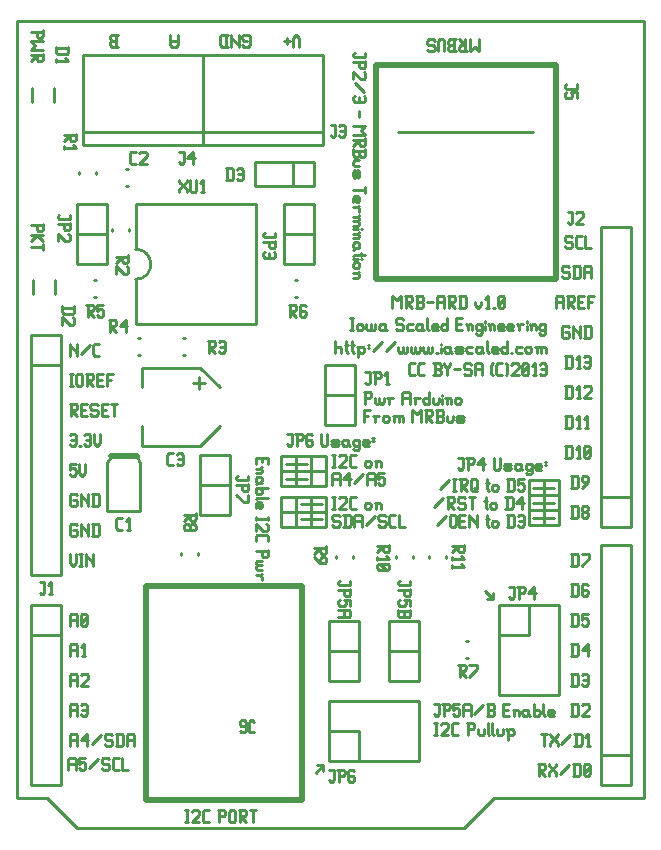
<source format=gbr>
G04 start of page 8 for group -4079 idx -4079 *
G04 Title: (unknown), topsilk *
G04 Creator: pcb 20110918 *
G04 CreationDate: Sat 02 Feb 2013 11:25:27 PM GMT UTC *
G04 For: petersen *
G04 Format: Gerber/RS-274X *
G04 PCB-Dimensions: 211000 271000 *
G04 PCB-Coordinate-Origin: lower left *
%MOIN*%
%FSLAX25Y25*%
%LNTOPSILK*%
%ADD76C,0.0200*%
%ADD75C,0.0100*%
G54D75*X1000Y270000D02*X210000D01*
X173000Y233000D02*X128000D01*
X210000Y11000D02*X160000D01*
X150000Y1000D01*
X21000D02*X11000Y11000D01*
X1000D02*X11000D01*
X150000Y1000D02*X21000D01*
X89000Y101500D02*X104000D01*
Y106500D02*X89000D01*
X171500Y102000D02*X181500D01*
X173000Y104500D02*X180000D01*
X157000Y80000D02*X159500Y77500D01*
Y79500D01*
Y77500D02*X157500D01*
X103000Y20000D02*Y22000D01*
X102500D01*
X103000D02*X100500Y19500D01*
X103000Y22000D02*X101000D01*
X1000Y11000D02*Y270000D01*
X210000D02*Y11000D01*
X181500Y117000D02*Y102000D01*
X171500Y107000D02*X181500D01*
X173000Y109500D02*X180000D01*
X176500Y117000D02*Y102000D01*
X171500Y117000D02*Y102000D01*
Y117000D02*X181500D01*
X171500Y112000D02*X181500D01*
X173000Y114500D02*X180000D01*
X104000Y120000D02*X89000D01*
Y125000D02*X104000D01*
X99000D02*Y115000D01*
X94000Y125000D02*Y115000D01*
X90500Y122500D02*X97500D01*
X90500Y117500D02*X97500D01*
X89000Y115000D02*X104000D01*
X89000Y125000D02*Y115000D01*
Y111500D02*X104000D01*
X95500Y109000D02*X102500D01*
X99000Y111500D02*Y101500D01*
X94000Y111500D02*Y101500D01*
X89000Y111500D02*Y101500D01*
X95500Y104000D02*X102500D01*
X104000Y125000D02*Y115000D01*
Y111500D02*Y101500D01*
X18500Y72000D02*Y68500D01*
Y72000D02*X19000Y72500D01*
X20500D01*
X21000Y72000D01*
Y68500D01*
X18500Y70500D02*X21000D01*
X22200Y69000D02*X22700Y68500D01*
X22200Y72000D02*Y69000D01*
Y72000D02*X22700Y72500D01*
X23700D01*
X24200Y72000D01*
Y69000D01*
X23700Y68500D02*X24200Y69000D01*
X22700Y68500D02*X23700D01*
X22200Y69500D02*X24200Y71500D01*
X186000Y72500D02*Y68500D01*
X187500Y72500D02*X188000Y72000D01*
Y69000D01*
X187500Y68500D02*X188000Y69000D01*
X185500Y68500D02*X187500D01*
X185500Y72500D02*X187500D01*
X189200D02*X191200D01*
X189200D02*Y70500D01*
X189700Y71000D01*
X190700D01*
X191200Y70500D01*
Y69000D01*
X190700Y68500D02*X191200Y69000D01*
X189700Y68500D02*X190700D01*
X189200Y69000D02*X189700Y68500D01*
X186000Y82500D02*Y78500D01*
X187500Y82500D02*X188000Y82000D01*
Y79000D01*
X187500Y78500D02*X188000Y79000D01*
X185500Y78500D02*X187500D01*
X185500Y82500D02*X187500D01*
X190700D02*X191200Y82000D01*
X189700Y82500D02*X190700D01*
X189200Y82000D02*X189700Y82500D01*
X189200Y82000D02*Y79000D01*
X189700Y78500D01*
X190700Y80500D02*X191200Y80000D01*
X189200Y80500D02*X190700D01*
X189700Y78500D02*X190700D01*
X191200Y79000D01*
Y80000D02*Y79000D01*
X186000Y92500D02*Y88500D01*
X187500Y92500D02*X188000Y92000D01*
Y89000D01*
X187500Y88500D02*X188000Y89000D01*
X185500Y88500D02*X187500D01*
X185500Y92500D02*X187500D01*
X189200Y88500D02*X191700Y91000D01*
Y92500D02*Y91000D01*
X189200Y92500D02*X191700D01*
X18500Y62000D02*Y58500D01*
Y62000D02*X19000Y62500D01*
X20500D01*
X21000Y62000D01*
Y58500D01*
X18500Y60500D02*X21000D01*
X22700Y58500D02*X23700D01*
X23200Y62500D02*Y58500D01*
X22200Y61500D02*X23200Y62500D01*
X186000D02*Y58500D01*
X187500Y62500D02*X188000Y62000D01*
Y59000D01*
X187500Y58500D02*X188000Y59000D01*
X185500Y58500D02*X187500D01*
X185500Y62500D02*X187500D01*
X189200Y60500D02*X191200Y62500D01*
X189200Y60500D02*X191700D01*
X191200Y62500D02*Y58500D01*
X175500Y32500D02*X177500D01*
X176500D02*Y28500D01*
X178700Y32500D02*Y32000D01*
X181200Y29500D01*
Y28500D01*
X178700Y29500D02*Y28500D01*
Y29500D02*X181200Y32000D01*
Y32500D02*Y32000D01*
X182400Y29000D02*X185400Y32000D01*
X187100Y32500D02*Y28500D01*
X188600Y32500D02*X189100Y32000D01*
Y29000D01*
X188600Y28500D02*X189100Y29000D01*
X186600Y28500D02*X188600D01*
X186600Y32500D02*X188600D01*
X190800Y28500D02*X191800D01*
X191300Y32500D02*Y28500D01*
X190300Y31500D02*X191300Y32500D01*
X174500Y22500D02*X176500D01*
X177000Y22000D01*
Y21000D01*
X176500Y20500D02*X177000Y21000D01*
X175000Y20500D02*X176500D01*
X175000Y22500D02*Y18500D01*
Y20500D02*X177000Y18500D01*
X178200Y22500D02*Y22000D01*
X180700Y19500D01*
Y18500D01*
X178200Y19500D02*Y18500D01*
Y19500D02*X180700Y22000D01*
Y22500D02*Y22000D01*
X181900Y19000D02*X184900Y22000D01*
X186600Y22500D02*Y18500D01*
X188100Y22500D02*X188600Y22000D01*
Y19000D01*
X188100Y18500D02*X188600Y19000D01*
X186100Y18500D02*X188100D01*
X186100Y22500D02*X188100D01*
X189800Y19000D02*X190300Y18500D01*
X189800Y22000D02*Y19000D01*
Y22000D02*X190300Y22500D01*
X191300D01*
X191800Y22000D01*
Y19000D01*
X191300Y18500D02*X191800Y19000D01*
X190300Y18500D02*X191300D01*
X189800Y19500D02*X191800Y21500D01*
X186000Y42500D02*Y38500D01*
X187500Y42500D02*X188000Y42000D01*
Y39000D01*
X187500Y38500D02*X188000Y39000D01*
X185500Y38500D02*X187500D01*
X185500Y42500D02*X187500D01*
X189200Y42000D02*X189700Y42500D01*
X191200D01*
X191700Y42000D01*
Y41000D01*
X189200Y38500D02*X191700Y41000D01*
X189200Y38500D02*X191700D01*
X186000Y52500D02*Y48500D01*
X187500Y52500D02*X188000Y52000D01*
Y49000D01*
X187500Y48500D02*X188000Y49000D01*
X185500Y48500D02*X187500D01*
X185500Y52500D02*X187500D01*
X189200Y52000D02*X189700Y52500D01*
X190700D01*
X191200Y52000D01*
Y49000D01*
X190700Y48500D02*X191200Y49000D01*
X189700Y48500D02*X190700D01*
X189200Y49000D02*X189700Y48500D01*
Y50500D02*X191200D01*
X57000Y7000D02*X58000D01*
X57500D02*Y3000D01*
X57000D02*X58000D01*
X59200Y6500D02*X59700Y7000D01*
X61200D01*
X61700Y6500D01*
Y5500D01*
X59200Y3000D02*X61700Y5500D01*
X59200Y3000D02*X61700D01*
X63400D02*X64900D01*
X62900Y3500D02*X63400Y3000D01*
X62900Y6500D02*Y3500D01*
Y6500D02*X63400Y7000D01*
X64900D01*
X68400D02*Y3000D01*
X67900Y7000D02*X69900D01*
X70400Y6500D01*
Y5500D01*
X69900Y5000D02*X70400Y5500D01*
X68400Y5000D02*X69900D01*
X71600Y6500D02*Y3500D01*
Y6500D02*X72100Y7000D01*
X73100D01*
X73600Y6500D01*
Y3500D01*
X73100Y3000D02*X73600Y3500D01*
X72100Y3000D02*X73100D01*
X71600Y3500D02*X72100Y3000D01*
X74800Y7000D02*X76800D01*
X77300Y6500D01*
Y5500D01*
X76800Y5000D02*X77300Y5500D01*
X75300Y5000D02*X76800D01*
X75300Y7000D02*Y3000D01*
Y5000D02*X77300Y3000D01*
X78500Y7000D02*X80500D01*
X79500D02*Y3000D01*
X18000Y24000D02*Y20500D01*
Y24000D02*X18500Y24500D01*
X20000D01*
X20500Y24000D01*
Y20500D01*
X18000Y22500D02*X20500D01*
X21700Y24500D02*X23700D01*
X21700D02*Y22500D01*
X22200Y23000D01*
X23200D01*
X23700Y22500D01*
Y21000D01*
X23200Y20500D02*X23700Y21000D01*
X22200Y20500D02*X23200D01*
X21700Y21000D02*X22200Y20500D01*
X24900Y21000D02*X27900Y24000D01*
X31100Y24500D02*X31600Y24000D01*
X29600Y24500D02*X31100D01*
X29100Y24000D02*X29600Y24500D01*
X29100Y24000D02*Y23000D01*
X29600Y22500D01*
X31100D01*
X31600Y22000D01*
Y21000D01*
X31100Y20500D02*X31600Y21000D01*
X29600Y20500D02*X31100D01*
X29100Y21000D02*X29600Y20500D01*
X33300D02*X34800D01*
X32800Y21000D02*X33300Y20500D01*
X32800Y24000D02*Y21000D01*
Y24000D02*X33300Y24500D01*
X34800D01*
X36000D02*Y20500D01*
X38000D01*
X140000Y36000D02*X141000D01*
X140500D02*Y32000D01*
X140000D02*X141000D01*
X142200Y35500D02*X142700Y36000D01*
X144200D01*
X144700Y35500D01*
Y34500D01*
X142200Y32000D02*X144700Y34500D01*
X142200Y32000D02*X144700D01*
X146400D02*X147900D01*
X145900Y32500D02*X146400Y32000D01*
X145900Y35500D02*Y32500D01*
Y35500D02*X146400Y36000D01*
X147900D01*
X151400D02*Y32000D01*
X150900Y36000D02*X152900D01*
X153400Y35500D01*
Y34500D01*
X152900Y34000D02*X153400Y34500D01*
X151400Y34000D02*X152900D01*
X154600D02*Y32500D01*
X155100Y32000D01*
X156100D01*
X156600Y32500D01*
Y34000D02*Y32500D01*
X157800Y36000D02*Y32500D01*
X158300Y32000D01*
X159300Y36000D02*Y32500D01*
X159800Y32000D01*
X160800Y34000D02*Y32500D01*
X161300Y32000D01*
X162300D01*
X162800Y32500D01*
Y34000D02*Y32500D01*
X164500Y33500D02*Y30500D01*
X164000Y34000D02*X164500Y33500D01*
X165000Y34000D01*
X166000D01*
X166500Y33500D01*
Y32500D01*
X166000Y32000D02*X166500Y32500D01*
X165000Y32000D02*X166000D01*
X164500Y32500D02*X165000Y32000D01*
X140000Y42500D02*X141500D01*
Y39000D01*
X141000Y38500D02*X141500Y39000D01*
X140500Y38500D02*X141000D01*
X140000Y39000D02*X140500Y38500D01*
X143200Y42500D02*Y38500D01*
X142700Y42500D02*X144700D01*
X145200Y42000D01*
Y41000D01*
X144700Y40500D02*X145200Y41000D01*
X143200Y40500D02*X144700D01*
X146400Y42500D02*X148400D01*
X146400D02*Y40500D01*
X146900Y41000D01*
X147900D01*
X148400Y40500D01*
Y39000D01*
X147900Y38500D02*X148400Y39000D01*
X146900Y38500D02*X147900D01*
X146400Y39000D02*X146900Y38500D01*
X149600Y42000D02*Y38500D01*
Y42000D02*X150100Y42500D01*
X151600D01*
X152100Y42000D01*
Y38500D01*
X149600Y40500D02*X152100D01*
X153300Y39000D02*X156300Y42000D01*
X157500Y38500D02*X159500D01*
X160000Y39000D01*
Y40000D02*Y39000D01*
X159500Y40500D02*X160000Y40000D01*
X158000Y40500D02*X159500D01*
X158000Y42500D02*Y38500D01*
X157500Y42500D02*X159500D01*
X160000Y42000D01*
Y41000D01*
X159500Y40500D02*X160000Y41000D01*
X163000Y40500D02*X164500D01*
X163000Y38500D02*X165000D01*
X163000Y42500D02*Y38500D01*
Y42500D02*X165000D01*
X166700Y40000D02*Y38500D01*
Y40000D02*X167200Y40500D01*
X167700D01*
X168200Y40000D01*
Y38500D01*
X166200Y40500D02*X166700Y40000D01*
X170900Y40500D02*X171400Y40000D01*
X169900Y40500D02*X170900D01*
X169400Y40000D02*X169900Y40500D01*
X169400Y40000D02*Y39000D01*
X169900Y38500D01*
X171400Y40500D02*Y39000D01*
X171900Y38500D01*
X169900D02*X170900D01*
X171400Y39000D01*
X173100Y42500D02*Y38500D01*
Y39000D02*X173600Y38500D01*
X174600D01*
X175100Y39000D01*
Y40000D02*Y39000D01*
X174600Y40500D02*X175100Y40000D01*
X173600Y40500D02*X174600D01*
X173100Y40000D02*X173600Y40500D01*
X176300Y42500D02*Y39000D01*
X176800Y38500D01*
X178300D02*X179800D01*
X177800Y39000D02*X178300Y38500D01*
X177800Y40000D02*Y39000D01*
Y40000D02*X178300Y40500D01*
X179300D01*
X179800Y40000D01*
X177800Y39500D02*X179800D01*
Y40000D02*Y39500D01*
X20500Y112500D02*X21000Y112000D01*
X19000Y112500D02*X20500D01*
X18500Y112000D02*X19000Y112500D01*
X18500Y112000D02*Y109000D01*
X19000Y108500D01*
X20500D01*
X21000Y109000D01*
Y110000D02*Y109000D01*
X20500Y110500D02*X21000Y110000D01*
X19500Y110500D02*X20500D01*
X22200Y112500D02*Y108500D01*
Y112500D02*Y112000D01*
X24700Y109500D01*
Y112500D02*Y108500D01*
X26400Y112500D02*Y108500D01*
X27900Y112500D02*X28400Y112000D01*
Y109000D01*
X27900Y108500D02*X28400Y109000D01*
X25900Y108500D02*X27900D01*
X25900Y112500D02*X27900D01*
X20500Y102500D02*X21000Y102000D01*
X19000Y102500D02*X20500D01*
X18500Y102000D02*X19000Y102500D01*
X18500Y102000D02*Y99000D01*
X19000Y98500D01*
X20500D01*
X21000Y99000D01*
Y100000D02*Y99000D01*
X20500Y100500D02*X21000Y100000D01*
X19500Y100500D02*X20500D01*
X22200Y102500D02*Y98500D01*
Y102500D02*Y102000D01*
X24700Y99500D01*
Y102500D02*Y98500D01*
X26400Y102500D02*Y98500D01*
X27900Y102500D02*X28400Y102000D01*
Y99000D01*
X27900Y98500D02*X28400Y99000D01*
X25900Y98500D02*X27900D01*
X25900Y102500D02*X27900D01*
X18500Y92500D02*Y89500D01*
X19500Y88500D01*
X20500Y89500D01*
Y92500D02*Y89500D01*
X21700Y92500D02*X22700D01*
X22200D02*Y88500D01*
X21700D02*X22700D01*
X23900Y92500D02*Y88500D01*
Y92500D02*Y92000D01*
X26400Y89500D01*
Y92500D02*Y88500D01*
X18500Y162500D02*Y158500D01*
Y162500D02*Y162000D01*
X21000Y159500D01*
Y162500D02*Y158500D01*
X22200Y159000D02*X25200Y162000D01*
X26900Y158500D02*X28400D01*
X26400Y159000D02*X26900Y158500D01*
X26400Y162000D02*Y159000D01*
Y162000D02*X26900Y162500D01*
X28400D01*
X18500Y142500D02*X20500D01*
X21000Y142000D01*
Y141000D01*
X20500Y140500D02*X21000Y141000D01*
X19000Y140500D02*X20500D01*
X19000Y142500D02*Y138500D01*
Y140500D02*X21000Y138500D01*
X22200Y140500D02*X23700D01*
X22200Y138500D02*X24200D01*
X22200Y142500D02*Y138500D01*
Y142500D02*X24200D01*
X27400D02*X27900Y142000D01*
X25900Y142500D02*X27400D01*
X25400Y142000D02*X25900Y142500D01*
X25400Y142000D02*Y141000D01*
X25900Y140500D01*
X27400D01*
X27900Y140000D01*
Y139000D01*
X27400Y138500D02*X27900Y139000D01*
X25900Y138500D02*X27400D01*
X25400Y139000D02*X25900Y138500D01*
X29100Y140500D02*X30600D01*
X29100Y138500D02*X31100D01*
X29100Y142500D02*Y138500D01*
Y142500D02*X31100D01*
X32300D02*X34300D01*
X33300D02*Y138500D01*
X18500Y152500D02*X19500D01*
X19000D02*Y148500D01*
X18500D02*X19500D01*
X20700Y152000D02*Y149000D01*
Y152000D02*X21200Y152500D01*
X22200D01*
X22700Y152000D01*
Y149000D01*
X22200Y148500D02*X22700Y149000D01*
X21200Y148500D02*X22200D01*
X20700Y149000D02*X21200Y148500D01*
X23900Y152500D02*X25900D01*
X26400Y152000D01*
Y151000D01*
X25900Y150500D02*X26400Y151000D01*
X24400Y150500D02*X25900D01*
X24400Y152500D02*Y148500D01*
Y150500D02*X26400Y148500D01*
X27600Y150500D02*X29100D01*
X27600Y148500D02*X29600D01*
X27600Y152500D02*Y148500D01*
Y152500D02*X29600D01*
X30800D02*Y148500D01*
Y152500D02*X32800D01*
X30800Y150500D02*X32300D01*
X18500Y132000D02*X19000Y132500D01*
X20000D01*
X20500Y132000D01*
Y129000D01*
X20000Y128500D02*X20500Y129000D01*
X19000Y128500D02*X20000D01*
X18500Y129000D02*X19000Y128500D01*
Y130500D02*X20500D01*
X21700Y128500D02*X22200D01*
X23400Y132000D02*X23900Y132500D01*
X24900D01*
X25400Y132000D01*
Y129000D01*
X24900Y128500D02*X25400Y129000D01*
X23900Y128500D02*X24900D01*
X23400Y129000D02*X23900Y128500D01*
Y130500D02*X25400D01*
X26600Y132500D02*Y129500D01*
X27600Y128500D01*
X28600Y129500D01*
Y132500D02*Y129500D01*
X18500Y122500D02*X20500D01*
X18500D02*Y120500D01*
X19000Y121000D01*
X20000D01*
X20500Y120500D01*
Y119000D01*
X20000Y118500D02*X20500Y119000D01*
X19000Y118500D02*X20000D01*
X18500Y119000D02*X19000Y118500D01*
X21700Y122500D02*Y119500D01*
X22700Y118500D01*
X23700Y119500D01*
Y122500D02*Y119500D01*
X18500Y52000D02*Y48500D01*
Y52000D02*X19000Y52500D01*
X20500D01*
X21000Y52000D01*
Y48500D01*
X18500Y50500D02*X21000D01*
X22200Y52000D02*X22700Y52500D01*
X24200D01*
X24700Y52000D01*
Y51000D01*
X22200Y48500D02*X24700Y51000D01*
X22200Y48500D02*X24700D01*
X18500Y42000D02*Y38500D01*
Y42000D02*X19000Y42500D01*
X20500D01*
X21000Y42000D01*
Y38500D01*
X18500Y40500D02*X21000D01*
X22200Y42000D02*X22700Y42500D01*
X23700D01*
X24200Y42000D01*
Y39000D01*
X23700Y38500D02*X24200Y39000D01*
X22700Y38500D02*X23700D01*
X22200Y39000D02*X22700Y38500D01*
Y40500D02*X24200D01*
X18500Y32000D02*Y28500D01*
Y32000D02*X19000Y32500D01*
X20500D01*
X21000Y32000D01*
Y28500D01*
X18500Y30500D02*X21000D01*
X22200D02*X24200Y32500D01*
X22200Y30500D02*X24700D01*
X24200Y32500D02*Y28500D01*
X25900Y29000D02*X28900Y32000D01*
X32100Y32500D02*X32600Y32000D01*
X30600Y32500D02*X32100D01*
X30100Y32000D02*X30600Y32500D01*
X30100Y32000D02*Y31000D01*
X30600Y30500D01*
X32100D01*
X32600Y30000D01*
Y29000D01*
X32100Y28500D02*X32600Y29000D01*
X30600Y28500D02*X32100D01*
X30100Y29000D02*X30600Y28500D01*
X34300Y32500D02*Y28500D01*
X35800Y32500D02*X36300Y32000D01*
Y29000D01*
X35800Y28500D02*X36300Y29000D01*
X33800Y28500D02*X35800D01*
X33800Y32500D02*X35800D01*
X37500Y32000D02*Y28500D01*
Y32000D02*X38000Y32500D01*
X39500D01*
X40000Y32000D01*
Y28500D01*
X37500Y30500D02*X40000D01*
X5500Y266500D02*X9500D01*
Y267000D02*Y265000D01*
X9000Y264500D01*
X8000D02*X9000D01*
X7500Y265000D02*X8000Y264500D01*
X7500Y266500D02*Y265000D01*
X5500Y263300D02*X9500D01*
X5500D02*X7000Y261800D01*
X5500Y260300D01*
X9500D01*
Y259100D02*Y257100D01*
X9000Y256600D01*
X8000D02*X9000D01*
X7500Y257100D02*X8000Y256600D01*
X7500Y258600D02*Y257100D01*
X5500Y258600D02*X9500D01*
X7500D02*X5500Y256600D01*
X32500Y265500D02*X34500D01*
X32500D02*X32000Y265000D01*
Y264000D01*
X32500Y263500D02*X32000Y264000D01*
X32500Y263500D02*X34000D01*
Y265500D02*Y261500D01*
X32500D02*X34500D01*
X32500D02*X32000Y262000D01*
Y263000D02*Y262000D01*
X32500Y263500D02*X32000Y263000D01*
X5500Y202000D02*X9500D01*
Y202500D02*Y200500D01*
X9000Y200000D01*
X8000D02*X9000D01*
X7500Y200500D02*X8000Y200000D01*
X7500Y202000D02*Y200500D01*
X5500Y198800D02*X9500D01*
X7500D02*X9500Y196800D01*
X7500Y198800D02*X5500Y196800D01*
X9500Y195600D02*Y193600D01*
X5500Y194600D02*X9500D01*
X186000Y118500D02*Y114500D01*
X187500Y118500D02*X188000Y118000D01*
Y115000D01*
X187500Y114500D02*X188000Y115000D01*
X185500Y114500D02*X187500D01*
X185500Y118500D02*X187500D01*
X189200Y114500D02*X191200Y116500D01*
Y118000D02*Y116500D01*
X190700Y118500D02*X191200Y118000D01*
X189700Y118500D02*X190700D01*
X189200Y118000D02*X189700Y118500D01*
X189200Y118000D02*Y117000D01*
X189700Y116500D01*
X191200D01*
X186000Y108500D02*Y104500D01*
X187500Y108500D02*X188000Y108000D01*
Y105000D01*
X187500Y104500D02*X188000Y105000D01*
X185500Y104500D02*X187500D01*
X185500Y108500D02*X187500D01*
X189200Y105000D02*X189700Y104500D01*
X189200Y106000D02*Y105000D01*
Y106000D02*X189700Y106500D01*
X190700D01*
X191200Y106000D01*
Y105000D01*
X190700Y104500D02*X191200Y105000D01*
X189700Y104500D02*X190700D01*
X189200Y107000D02*X189700Y106500D01*
X189200Y108000D02*Y107000D01*
Y108000D02*X189700Y108500D01*
X190700D01*
X191200Y108000D01*
Y107000D01*
X190700Y106500D02*X191200Y107000D01*
X184000Y128500D02*Y124500D01*
X185500Y128500D02*X186000Y128000D01*
Y125000D01*
X185500Y124500D02*X186000Y125000D01*
X183500Y124500D02*X185500D01*
X183500Y128500D02*X185500D01*
X187700Y124500D02*X188700D01*
X188200Y128500D02*Y124500D01*
X187200Y127500D02*X188200Y128500D01*
X189900Y125000D02*X190400Y124500D01*
X189900Y128000D02*Y125000D01*
Y128000D02*X190400Y128500D01*
X191400D01*
X191900Y128000D01*
Y125000D01*
X191400Y124500D02*X191900Y125000D01*
X190400Y124500D02*X191400D01*
X189900Y125500D02*X191900Y127500D01*
X184000Y138500D02*Y134500D01*
X185500Y138500D02*X186000Y138000D01*
Y135000D01*
X185500Y134500D02*X186000Y135000D01*
X183500Y134500D02*X185500D01*
X183500Y138500D02*X185500D01*
X187700Y134500D02*X188700D01*
X188200Y138500D02*Y134500D01*
X187200Y137500D02*X188200Y138500D01*
X190400Y134500D02*X191400D01*
X190900Y138500D02*Y134500D01*
X189900Y137500D02*X190900Y138500D01*
X184000Y148500D02*Y144500D01*
X185500Y148500D02*X186000Y148000D01*
Y145000D01*
X185500Y144500D02*X186000Y145000D01*
X183500Y144500D02*X185500D01*
X183500Y148500D02*X185500D01*
X187700Y144500D02*X188700D01*
X188200Y148500D02*Y144500D01*
X187200Y147500D02*X188200Y148500D01*
X189900Y148000D02*X190400Y148500D01*
X191900D01*
X192400Y148000D01*
Y147000D01*
X189900Y144500D02*X192400Y147000D01*
X189900Y144500D02*X192400D01*
X184000Y158500D02*Y154500D01*
X185500Y158500D02*X186000Y158000D01*
Y155000D01*
X185500Y154500D02*X186000Y155000D01*
X183500Y154500D02*X185500D01*
X183500Y158500D02*X185500D01*
X187700Y154500D02*X188700D01*
X188200Y158500D02*Y154500D01*
X187200Y157500D02*X188200Y158500D01*
X189900Y158000D02*X190400Y158500D01*
X191400D01*
X191900Y158000D01*
Y155000D01*
X191400Y154500D02*X191900Y155000D01*
X190400Y154500D02*X191400D01*
X189900Y155000D02*X190400Y154500D01*
Y156500D02*X191900D01*
X184500Y168500D02*X185000Y168000D01*
X183000Y168500D02*X184500D01*
X182500Y168000D02*X183000Y168500D01*
X182500Y168000D02*Y165000D01*
X183000Y164500D01*
X184500D01*
X185000Y165000D01*
Y166000D02*Y165000D01*
X184500Y166500D02*X185000Y166000D01*
X183500Y166500D02*X184500D01*
X186200Y168500D02*Y164500D01*
Y168500D02*Y168000D01*
X188700Y165500D01*
Y168500D02*Y164500D01*
X190400Y168500D02*Y164500D01*
X191900Y168500D02*X192400Y168000D01*
Y165000D01*
X191900Y164500D02*X192400Y165000D01*
X189900Y164500D02*X191900D01*
X189900Y168500D02*X191900D01*
X185500Y198500D02*X186000Y198000D01*
X184000Y198500D02*X185500D01*
X183500Y198000D02*X184000Y198500D01*
X183500Y198000D02*Y197000D01*
X184000Y196500D01*
X185500D01*
X186000Y196000D01*
Y195000D01*
X185500Y194500D02*X186000Y195000D01*
X184000Y194500D02*X185500D01*
X183500Y195000D02*X184000Y194500D01*
X187700D02*X189200D01*
X187200Y195000D02*X187700Y194500D01*
X187200Y198000D02*Y195000D01*
Y198000D02*X187700Y198500D01*
X189200D01*
X190400D02*Y194500D01*
X192400D01*
X184500Y188500D02*X185000Y188000D01*
X183000Y188500D02*X184500D01*
X182500Y188000D02*X183000Y188500D01*
X182500Y188000D02*Y187000D01*
X183000Y186500D01*
X184500D01*
X185000Y186000D01*
Y185000D01*
X184500Y184500D02*X185000Y185000D01*
X183000Y184500D02*X184500D01*
X182500Y185000D02*X183000Y184500D01*
X186700Y188500D02*Y184500D01*
X188200Y188500D02*X188700Y188000D01*
Y185000D01*
X188200Y184500D02*X188700Y185000D01*
X186200Y184500D02*X188200D01*
X186200Y188500D02*X188200D01*
X189900Y188000D02*Y184500D01*
Y188000D02*X190400Y188500D01*
X191900D01*
X192400Y188000D01*
Y184500D01*
X189900Y186500D02*X192400D01*
X180500Y178000D02*Y174500D01*
Y178000D02*X181000Y178500D01*
X182500D01*
X183000Y178000D01*
Y174500D01*
X180500Y176500D02*X183000D01*
X184200Y178500D02*X186200D01*
X186700Y178000D01*
Y177000D01*
X186200Y176500D02*X186700Y177000D01*
X184700Y176500D02*X186200D01*
X184700Y178500D02*Y174500D01*
Y176500D02*X186700Y174500D01*
X187900Y176500D02*X189400D01*
X187900Y174500D02*X189900D01*
X187900Y178500D02*Y174500D01*
Y178500D02*X189900D01*
X191100D02*Y174500D01*
Y178500D02*X193100D01*
X191100Y176500D02*X192600D01*
X155000Y264000D02*Y260000D01*
X153500Y261500D01*
X152000Y260000D01*
Y264000D02*Y260000D01*
X148800D02*X150800D01*
X148800D02*X148300Y260500D01*
Y261500D02*Y260500D01*
X148800Y262000D02*X148300Y261500D01*
X148800Y262000D02*X150300D01*
Y264000D02*Y260000D01*
Y262000D02*X148300Y264000D01*
X145100D02*X147100D01*
X145100D02*X144600Y263500D01*
Y262500D01*
X145100Y262000D02*X144600Y262500D01*
X145100Y262000D02*X146600D01*
Y264000D02*Y260000D01*
X145100D02*X147100D01*
X145100D02*X144600Y260500D01*
Y261500D02*Y260500D01*
X145100Y262000D02*X144600Y261500D01*
X143400Y263500D02*Y260000D01*
Y263500D02*X142900Y264000D01*
X141900D02*X142900D01*
X141900D02*X141400Y263500D01*
Y260000D01*
X138200D02*X137700Y260500D01*
X138200Y260000D02*X139700D01*
X140200Y260500D02*X139700Y260000D01*
X140200Y261500D02*Y260500D01*
Y261500D02*X139700Y262000D01*
X138200D02*X139700D01*
X138200D02*X137700Y262500D01*
Y263500D02*Y262500D01*
X138200Y264000D02*X137700Y263500D01*
X138200Y264000D02*X139700D01*
X140200Y263500D02*X139700Y264000D01*
X95000Y264500D02*Y261500D01*
Y264500D02*X94000Y265500D01*
X93000Y264500D01*
Y261500D01*
X89800Y263500D02*X91800D01*
X90800Y264500D02*Y262500D01*
X76500Y261500D02*X76000Y262000D01*
X76500Y261500D02*X78000D01*
X78500Y262000D02*X78000Y261500D01*
X78500Y265000D02*Y262000D01*
Y265000D02*X78000Y265500D01*
X76500D02*X78000D01*
X76500D02*X76000Y265000D01*
Y264000D01*
X76500Y263500D02*X76000Y264000D01*
X76500Y263500D02*X77500D01*
X74800Y265500D02*Y261500D01*
Y262000D02*Y261500D01*
Y262000D02*X72300Y264500D01*
Y265500D02*Y261500D01*
X70600Y265500D02*Y261500D01*
X69100D02*X68600Y262000D01*
Y265000D02*Y262000D01*
X69100Y265500D02*X68600Y265000D01*
X69100Y265500D02*X71100D01*
X69100Y261500D02*X71100D01*
X54500Y265500D02*Y262000D01*
X54000Y261500D01*
X52500D02*X54000D01*
X52500D02*X52000Y262000D01*
Y265500D02*Y262000D01*
Y263500D02*X54500D01*
X117000Y259500D02*Y258000D01*
X113500D02*X117000D01*
X113000Y258500D02*X113500Y258000D01*
X113000Y259000D02*Y258500D01*
X113500Y259500D02*X113000Y259000D01*
Y256300D02*X117000D01*
Y256800D02*Y254800D01*
X116500Y254300D01*
X115500D02*X116500D01*
X115000Y254800D02*X115500Y254300D01*
X115000Y256300D02*Y254800D01*
X116500Y253100D02*X117000Y252600D01*
Y251100D01*
X116500Y250600D01*
X115500D02*X116500D01*
X113000Y253100D02*X115500Y250600D01*
X113000Y253100D02*Y250600D01*
X113500Y249400D02*X116500Y246400D01*
Y245200D02*X117000Y244700D01*
Y243700D01*
X116500Y243200D01*
X113500D02*X116500D01*
X113000Y243700D02*X113500Y243200D01*
X113000Y244700D02*Y243700D01*
X113500Y245200D02*X113000Y244700D01*
X115000D02*Y243200D01*
Y240200D02*Y238200D01*
X113000Y235200D02*X117000D01*
X115500Y233700D01*
X117000Y232200D01*
X113000D02*X117000D01*
Y231000D02*Y229000D01*
X116500Y228500D01*
X115500D02*X116500D01*
X115000Y229000D02*X115500Y228500D01*
X115000Y230500D02*Y229000D01*
X113000Y230500D02*X117000D01*
X115000D02*X113000Y228500D01*
Y227300D02*Y225300D01*
X113500Y224800D01*
X114500D01*
X115000Y225300D02*X114500Y224800D01*
X115000Y226800D02*Y225300D01*
X113000Y226800D02*X117000D01*
Y227300D02*Y225300D01*
X116500Y224800D01*
X115500D02*X116500D01*
X115000Y225300D02*X115500Y224800D01*
X113500Y223600D02*X115000D01*
X113500D02*X113000Y223100D01*
Y222100D01*
X113500Y221600D01*
X115000D01*
X113000Y219900D02*Y218400D01*
X113500Y217900D01*
X114000Y218400D02*X113500Y217900D01*
X114000Y219900D02*Y218400D01*
X114500Y220400D02*X114000Y219900D01*
X114500Y220400D02*X115000Y219900D01*
Y218400D01*
X114500Y217900D01*
X113500Y220400D02*X113000Y219900D01*
X117000Y214900D02*Y212900D01*
X113000Y213900D02*X117000D01*
X113000Y211200D02*Y209700D01*
X113500Y211700D02*X113000Y211200D01*
X113500Y211700D02*X114500D01*
X115000Y211200D01*
Y210200D01*
X114500Y209700D01*
X114000Y211700D02*Y209700D01*
X114500D01*
X113000Y208000D02*X114500D01*
X115000Y207500D01*
Y206500D01*
Y208500D02*X114500Y208000D01*
X113000Y204800D02*X114500D01*
X115000Y204300D01*
Y203800D01*
X114500Y203300D01*
X113000D02*X114500D01*
X115000Y202800D01*
Y202300D01*
X114500Y201800D01*
X113000D02*X114500D01*
X115000Y205300D02*X114500Y204800D01*
X115500Y200600D02*X116000D01*
X113000D02*X114500D01*
X113000Y199100D02*X114500D01*
X115000Y198600D01*
Y198100D01*
X114500Y197600D01*
X113000D02*X114500D01*
X115000Y199600D02*X114500Y199100D01*
X115000Y194900D02*X114500Y194400D01*
X115000Y195900D02*Y194900D01*
X114500Y196400D02*X115000Y195900D01*
X113500Y196400D02*X114500D01*
X113500D02*X113000Y195900D01*
X113500Y194400D02*X115000D01*
X113500D02*X113000Y193900D01*
Y195900D02*Y194900D01*
X113500Y194400D01*
Y192200D02*X117000D01*
X113500D02*X113000Y191700D01*
X115500Y192700D02*Y191700D01*
Y190700D02*X116000D01*
X113000D02*X114500D01*
X113500Y189700D02*X114500D01*
X115000Y189200D01*
Y188200D01*
X114500Y187700D01*
X113500D02*X114500D01*
X113000Y188200D02*X113500Y187700D01*
X113000Y189200D02*Y188200D01*
X113500Y189700D02*X113000Y189200D01*
Y186000D02*X114500D01*
X115000Y185500D01*
Y185000D01*
X114500Y184500D01*
X113000D02*X114500D01*
X115000Y186500D02*X114500Y186000D01*
X82500Y124500D02*Y123000D01*
X80500Y124500D02*Y122500D01*
Y124500D02*X84500D01*
Y122500D01*
X80500Y120800D02*X82000D01*
X82500Y120300D01*
Y119800D01*
X82000Y119300D01*
X80500D02*X82000D01*
X82500Y121300D02*X82000Y120800D01*
X82500Y116600D02*X82000Y116100D01*
X82500Y117600D02*Y116600D01*
X82000Y118100D02*X82500Y117600D01*
X81000Y118100D02*X82000D01*
X81000D02*X80500Y117600D01*
X81000Y116100D02*X82500D01*
X81000D02*X80500Y115600D01*
Y117600D02*Y116600D01*
X81000Y116100D01*
X80500Y114400D02*X84500D01*
X81000D02*X80500Y113900D01*
Y112900D01*
X81000Y112400D01*
X82000D01*
X82500Y112900D02*X82000Y112400D01*
X82500Y113900D02*Y112900D01*
X82000Y114400D02*X82500Y113900D01*
X81000Y111200D02*X84500D01*
X81000D02*X80500Y110700D01*
Y109200D02*Y107700D01*
X81000Y109700D02*X80500Y109200D01*
X81000Y109700D02*X82000D01*
X82500Y109200D01*
Y108200D01*
X82000Y107700D01*
X81500Y109700D02*Y107700D01*
X82000D01*
X84500Y104700D02*Y103700D01*
X80500Y104200D02*X84500D01*
X80500Y104700D02*Y103700D01*
X84000Y102500D02*X84500Y102000D01*
Y100500D01*
X84000Y100000D01*
X83000D02*X84000D01*
X80500Y102500D02*X83000Y100000D01*
X80500Y102500D02*Y100000D01*
Y98300D02*Y96800D01*
X81000Y98800D02*X80500Y98300D01*
X81000Y98800D02*X84000D01*
X84500Y98300D01*
Y96800D01*
X80500Y93300D02*X84500D01*
Y93800D02*Y91800D01*
X84000Y91300D01*
X83000D02*X84000D01*
X82500Y91800D02*X83000Y91300D01*
X82500Y93300D02*Y91800D01*
X81000Y90100D02*X82500D01*
X81000D02*X80500Y89600D01*
Y89100D01*
X81000Y88600D01*
X82500D01*
X81000D02*X80500Y88100D01*
Y87600D01*
X81000Y87100D01*
X82500D01*
X80500Y85400D02*X82000D01*
X82500Y84900D01*
Y83900D01*
Y85900D02*X82000Y85400D01*
X106000Y125500D02*X107000D01*
X106500D02*Y121500D01*
X106000D02*X107000D01*
X108200Y125000D02*X108700Y125500D01*
X110200D01*
X110700Y125000D01*
Y124000D01*
X108200Y121500D02*X110700Y124000D01*
X108200Y121500D02*X110700D01*
X112400D02*X113900D01*
X111900Y122000D02*X112400Y121500D01*
X111900Y125000D02*Y122000D01*
Y125000D02*X112400Y125500D01*
X113900D01*
X116900Y123000D02*Y122000D01*
Y123000D02*X117400Y123500D01*
X118400D01*
X118900Y123000D01*
Y122000D01*
X118400Y121500D02*X118900Y122000D01*
X117400Y121500D02*X118400D01*
X116900Y122000D02*X117400Y121500D01*
X120600Y123000D02*Y121500D01*
Y123000D02*X121100Y123500D01*
X121600D01*
X122100Y123000D01*
Y121500D01*
X120100Y123500D02*X120600Y123000D01*
X106000Y119000D02*Y115500D01*
Y119000D02*X106500Y119500D01*
X108000D01*
X108500Y119000D01*
Y115500D01*
X106000Y117500D02*X108500D01*
X109700D02*X111700Y119500D01*
X109700Y117500D02*X112200D01*
X111700Y119500D02*Y115500D01*
X113400Y116000D02*X116400Y119000D01*
X117600D02*Y115500D01*
Y119000D02*X118100Y119500D01*
X119600D01*
X120100Y119000D01*
Y115500D01*
X117600Y117500D02*X120100D01*
X121300Y119500D02*X123300D01*
X121300D02*Y117500D01*
X121800Y118000D01*
X122800D01*
X123300Y117500D01*
Y116000D01*
X122800Y115500D02*X123300Y116000D01*
X121800Y115500D02*X122800D01*
X121300Y116000D02*X121800Y115500D01*
X106000Y111500D02*X107000D01*
X106500D02*Y107500D01*
X106000D02*X107000D01*
X108200Y111000D02*X108700Y111500D01*
X110200D01*
X110700Y111000D01*
Y110000D01*
X108200Y107500D02*X110700Y110000D01*
X108200Y107500D02*X110700D01*
X112400D02*X113900D01*
X111900Y108000D02*X112400Y107500D01*
X111900Y111000D02*Y108000D01*
Y111000D02*X112400Y111500D01*
X113900D01*
X116900Y109000D02*Y108000D01*
Y109000D02*X117400Y109500D01*
X118400D01*
X118900Y109000D01*
Y108000D01*
X118400Y107500D02*X118900Y108000D01*
X117400Y107500D02*X118400D01*
X116900Y108000D02*X117400Y107500D01*
X120600Y109000D02*Y107500D01*
Y109000D02*X121100Y109500D01*
X121600D01*
X122100Y109000D01*
Y107500D01*
X120100Y109500D02*X120600Y109000D01*
X108000Y105500D02*X108500Y105000D01*
X106500Y105500D02*X108000D01*
X106000Y105000D02*X106500Y105500D01*
X106000Y105000D02*Y104000D01*
X106500Y103500D01*
X108000D01*
X108500Y103000D01*
Y102000D01*
X108000Y101500D02*X108500Y102000D01*
X106500Y101500D02*X108000D01*
X106000Y102000D02*X106500Y101500D01*
X110200Y105500D02*Y101500D01*
X111700Y105500D02*X112200Y105000D01*
Y102000D01*
X111700Y101500D02*X112200Y102000D01*
X109700Y101500D02*X111700D01*
X109700Y105500D02*X111700D01*
X113400Y105000D02*Y101500D01*
Y105000D02*X113900Y105500D01*
X115400D01*
X115900Y105000D01*
Y101500D01*
X113400Y103500D02*X115900D01*
X117100Y102000D02*X120100Y105000D01*
X123300Y105500D02*X123800Y105000D01*
X121800Y105500D02*X123300D01*
X121300Y105000D02*X121800Y105500D01*
X121300Y105000D02*Y104000D01*
X121800Y103500D01*
X123300D01*
X123800Y103000D01*
Y102000D01*
X123300Y101500D02*X123800Y102000D01*
X121800Y101500D02*X123300D01*
X121300Y102000D02*X121800Y101500D01*
X125500D02*X127000D01*
X125000Y102000D02*X125500Y101500D01*
X125000Y105000D02*Y102000D01*
Y105000D02*X125500Y105500D01*
X127000D01*
X128200D02*Y101500D01*
X130200D01*
X91000Y132500D02*X92500D01*
Y129000D01*
X92000Y128500D02*X92500Y129000D01*
X91500Y128500D02*X92000D01*
X91000Y129000D02*X91500Y128500D01*
X94200Y132500D02*Y128500D01*
X93700Y132500D02*X95700D01*
X96200Y132000D01*
Y131000D01*
X95700Y130500D02*X96200Y131000D01*
X94200Y130500D02*X95700D01*
X98900Y132500D02*X99400Y132000D01*
X97900Y132500D02*X98900D01*
X97400Y132000D02*X97900Y132500D01*
X97400Y132000D02*Y129000D01*
X97900Y128500D01*
X98900Y130500D02*X99400Y130000D01*
X97400Y130500D02*X98900D01*
X97900Y128500D02*X98900D01*
X99400Y129000D01*
Y130000D02*Y129000D01*
X102400Y132500D02*Y129000D01*
X102900Y128500D01*
X103900D01*
X104400Y129000D01*
Y132500D02*Y129000D01*
X106100Y128500D02*X107600D01*
X108100Y129000D01*
X107600Y129500D02*X108100Y129000D01*
X106100Y129500D02*X107600D01*
X105600Y130000D02*X106100Y129500D01*
X105600Y130000D02*X106100Y130500D01*
X107600D01*
X108100Y130000D01*
X105600Y129000D02*X106100Y128500D01*
X110800Y130500D02*X111300Y130000D01*
X109800Y130500D02*X110800D01*
X109300Y130000D02*X109800Y130500D01*
X109300Y130000D02*Y129000D01*
X109800Y128500D01*
X111300Y130500D02*Y129000D01*
X111800Y128500D01*
X109800D02*X110800D01*
X111300Y129000D01*
X114500Y130500D02*X115000Y130000D01*
X113500Y130500D02*X114500D01*
X113000Y130000D02*X113500Y130500D01*
X113000Y130000D02*Y129000D01*
X113500Y128500D01*
X114500D01*
X115000Y129000D01*
X113000Y127500D02*X113500Y127000D01*
X114500D01*
X115000Y127500D01*
Y130500D02*Y127500D01*
X116700Y128500D02*X118200D01*
X116200Y129000D02*X116700Y128500D01*
X116200Y130000D02*Y129000D01*
Y130000D02*X116700Y130500D01*
X117700D01*
X118200Y130000D01*
X116200Y129500D02*X118200D01*
Y130000D02*Y129500D01*
X119400Y131000D02*X119900D01*
X119400Y130000D02*X119900D01*
X140000Y108000D02*X143000Y111000D01*
X144200Y111500D02*X146200D01*
X146700Y111000D01*
Y110000D01*
X146200Y109500D02*X146700Y110000D01*
X144700Y109500D02*X146200D01*
X144700Y111500D02*Y107500D01*
Y109500D02*X146700Y107500D01*
X149900Y111500D02*X150400Y111000D01*
X148400Y111500D02*X149900D01*
X147900Y111000D02*X148400Y111500D01*
X147900Y111000D02*Y110000D01*
X148400Y109500D01*
X149900D01*
X150400Y109000D01*
Y108000D01*
X149900Y107500D02*X150400Y108000D01*
X148400Y107500D02*X149900D01*
X147900Y108000D02*X148400Y107500D01*
X151600Y111500D02*X153600D01*
X152600D02*Y107500D01*
X157100Y111500D02*Y108000D01*
X157600Y107500D01*
X156600Y110000D02*X157600D01*
X158600Y109000D02*Y108000D01*
Y109000D02*X159100Y109500D01*
X160100D01*
X160600Y109000D01*
Y108000D01*
X160100Y107500D02*X160600Y108000D01*
X159100Y107500D02*X160100D01*
X158600Y108000D02*X159100Y107500D01*
X164100Y111500D02*Y107500D01*
X165600Y111500D02*X166100Y111000D01*
Y108000D01*
X165600Y107500D02*X166100Y108000D01*
X163600Y107500D02*X165600D01*
X163600Y111500D02*X165600D01*
X167300Y109500D02*X169300Y111500D01*
X167300Y109500D02*X169800D01*
X169300Y111500D02*Y107500D01*
X142000Y114000D02*X145000Y117000D01*
X146200Y117500D02*X147200D01*
X146700D02*Y113500D01*
X146200D02*X147200D01*
X148400Y117500D02*X150400D01*
X150900Y117000D01*
Y116000D01*
X150400Y115500D02*X150900Y116000D01*
X148900Y115500D02*X150400D01*
X148900Y117500D02*Y113500D01*
Y115500D02*X150900Y113500D01*
X152100Y117000D02*Y114000D01*
Y117000D02*X152600Y117500D01*
X153600D01*
X154100Y117000D01*
Y114000D01*
X153600Y113500D02*X154100Y114000D01*
X152600Y113500D02*X153600D01*
X152100Y114000D02*X152600Y113500D01*
X153100Y114500D02*X154100Y113500D01*
X157600Y117500D02*Y114000D01*
X158100Y113500D01*
X157100Y116000D02*X158100D01*
X159100Y115000D02*Y114000D01*
Y115000D02*X159600Y115500D01*
X160600D01*
X161100Y115000D01*
Y114000D01*
X160600Y113500D02*X161100Y114000D01*
X159600Y113500D02*X160600D01*
X159100Y114000D02*X159600Y113500D01*
X164600Y117500D02*Y113500D01*
X166100Y117500D02*X166600Y117000D01*
Y114000D01*
X166100Y113500D02*X166600Y114000D01*
X164100Y113500D02*X166100D01*
X164100Y117500D02*X166100D01*
X167800D02*X169800D01*
X167800D02*Y115500D01*
X168300Y116000D01*
X169300D01*
X169800Y115500D01*
Y114000D01*
X169300Y113500D02*X169800Y114000D01*
X168300Y113500D02*X169300D01*
X167800Y114000D02*X168300Y113500D01*
X148000Y124500D02*X149500D01*
Y121000D01*
X149000Y120500D02*X149500Y121000D01*
X148500Y120500D02*X149000D01*
X148000Y121000D02*X148500Y120500D01*
X151200Y124500D02*Y120500D01*
X150700Y124500D02*X152700D01*
X153200Y124000D01*
Y123000D01*
X152700Y122500D02*X153200Y123000D01*
X151200Y122500D02*X152700D01*
X154400D02*X156400Y124500D01*
X154400Y122500D02*X156900D01*
X156400Y124500D02*Y120500D01*
X159900Y124500D02*Y121000D01*
X160400Y120500D01*
X161400D01*
X161900Y121000D01*
Y124500D02*Y121000D01*
X163600Y120500D02*X165100D01*
X165600Y121000D01*
X165100Y121500D02*X165600Y121000D01*
X163600Y121500D02*X165100D01*
X163100Y122000D02*X163600Y121500D01*
X163100Y122000D02*X163600Y122500D01*
X165100D01*
X165600Y122000D01*
X163100Y121000D02*X163600Y120500D01*
X168300Y122500D02*X168800Y122000D01*
X167300Y122500D02*X168300D01*
X166800Y122000D02*X167300Y122500D01*
X166800Y122000D02*Y121000D01*
X167300Y120500D01*
X168800Y122500D02*Y121000D01*
X169300Y120500D01*
X167300D02*X168300D01*
X168800Y121000D01*
X172000Y122500D02*X172500Y122000D01*
X171000Y122500D02*X172000D01*
X170500Y122000D02*X171000Y122500D01*
X170500Y122000D02*Y121000D01*
X171000Y120500D01*
X172000D01*
X172500Y121000D01*
X170500Y119500D02*X171000Y119000D01*
X172000D01*
X172500Y119500D01*
Y122500D02*Y119500D01*
X174200Y120500D02*X175700D01*
X173700Y121000D02*X174200Y120500D01*
X173700Y122000D02*Y121000D01*
Y122000D02*X174200Y122500D01*
X175200D01*
X175700Y122000D01*
X173700Y121500D02*X175700D01*
Y122000D02*Y121500D01*
X176900Y123000D02*X177400D01*
X176900Y122000D02*X177400D01*
X141000Y102000D02*X144000Y105000D01*
X145200D02*Y102000D01*
Y105000D02*X145700Y105500D01*
X146700D01*
X147200Y105000D01*
Y102000D01*
X146700Y101500D02*X147200Y102000D01*
X145700Y101500D02*X146700D01*
X145200Y102000D02*X145700Y101500D01*
X148400Y103500D02*X149900D01*
X148400Y101500D02*X150400D01*
X148400Y105500D02*Y101500D01*
Y105500D02*X150400D01*
X151600D02*Y101500D01*
Y105500D02*Y105000D01*
X154100Y102500D01*
Y105500D02*Y101500D01*
X157600Y105500D02*Y102000D01*
X158100Y101500D01*
X157100Y104000D02*X158100D01*
X159100Y103000D02*Y102000D01*
Y103000D02*X159600Y103500D01*
X160600D01*
X161100Y103000D01*
Y102000D01*
X160600Y101500D02*X161100Y102000D01*
X159600Y101500D02*X160600D01*
X159100Y102000D02*X159600Y101500D01*
X164600Y105500D02*Y101500D01*
X166100Y105500D02*X166600Y105000D01*
Y102000D01*
X166100Y101500D02*X166600Y102000D01*
X164100Y101500D02*X166100D01*
X164100Y105500D02*X166100D01*
X167800Y105000D02*X168300Y105500D01*
X169300D01*
X169800Y105000D01*
Y102000D01*
X169300Y101500D02*X169800Y102000D01*
X168300Y101500D02*X169300D01*
X167800Y102000D02*X168300Y101500D01*
Y103500D02*X169800D01*
X126000Y178500D02*Y174500D01*
Y178500D02*X127500Y177000D01*
X129000Y178500D01*
Y174500D01*
X130200Y178500D02*X132200D01*
X132700Y178000D01*
Y177000D01*
X132200Y176500D02*X132700Y177000D01*
X130700Y176500D02*X132200D01*
X130700Y178500D02*Y174500D01*
Y176500D02*X132700Y174500D01*
X133900D02*X135900D01*
X136400Y175000D01*
Y176000D02*Y175000D01*
X135900Y176500D02*X136400Y176000D01*
X134400Y176500D02*X135900D01*
X134400Y178500D02*Y174500D01*
X133900Y178500D02*X135900D01*
X136400Y178000D01*
Y177000D01*
X135900Y176500D02*X136400Y177000D01*
X137600Y176500D02*X139600D01*
X140800Y178000D02*Y174500D01*
Y178000D02*X141300Y178500D01*
X142800D01*
X143300Y178000D01*
Y174500D01*
X140800Y176500D02*X143300D01*
X144500Y178500D02*X146500D01*
X147000Y178000D01*
Y177000D01*
X146500Y176500D02*X147000Y177000D01*
X145000Y176500D02*X146500D01*
X145000Y178500D02*Y174500D01*
Y176500D02*X147000Y174500D01*
X148700Y178500D02*Y174500D01*
X150200Y178500D02*X150700Y178000D01*
Y175000D01*
X150200Y174500D02*X150700Y175000D01*
X148200Y174500D02*X150200D01*
X148200Y178500D02*X150200D01*
X153700Y176500D02*Y175500D01*
X154700Y174500D01*
X155700Y175500D01*
Y176500D02*Y175500D01*
X157400Y174500D02*X158400D01*
X157900Y178500D02*Y174500D01*
X156900Y177500D02*X157900Y178500D01*
X159600Y174500D02*X160100D01*
X161300Y175000D02*X161800Y174500D01*
X161300Y178000D02*Y175000D01*
Y178000D02*X161800Y178500D01*
X162800D01*
X163300Y178000D01*
Y175000D01*
X162800Y174500D02*X163300Y175000D01*
X161800Y174500D02*X162800D01*
X161300Y175500D02*X163300Y177500D01*
X112000Y171000D02*X113000D01*
X112500D02*Y167000D01*
X112000D02*X113000D01*
X114200Y168500D02*Y167500D01*
Y168500D02*X114700Y169000D01*
X115700D01*
X116200Y168500D01*
Y167500D01*
X115700Y167000D02*X116200Y167500D01*
X114700Y167000D02*X115700D01*
X114200Y167500D02*X114700Y167000D01*
X117400Y169000D02*Y167500D01*
X117900Y167000D01*
X118400D01*
X118900Y167500D01*
Y169000D02*Y167500D01*
X119400Y167000D01*
X119900D01*
X120400Y167500D01*
Y169000D02*Y167500D01*
X123100Y169000D02*X123600Y168500D01*
X122100Y169000D02*X123100D01*
X121600Y168500D02*X122100Y169000D01*
X121600Y168500D02*Y167500D01*
X122100Y167000D01*
X123600Y169000D02*Y167500D01*
X124100Y167000D01*
X122100D02*X123100D01*
X123600Y167500D01*
X129100Y171000D02*X129600Y170500D01*
X127600Y171000D02*X129100D01*
X127100Y170500D02*X127600Y171000D01*
X127100Y170500D02*Y169500D01*
X127600Y169000D01*
X129100D01*
X129600Y168500D01*
Y167500D01*
X129100Y167000D02*X129600Y167500D01*
X127600Y167000D02*X129100D01*
X127100Y167500D02*X127600Y167000D01*
X131300Y169000D02*X132800D01*
X130800Y168500D02*X131300Y169000D01*
X130800Y168500D02*Y167500D01*
X131300Y167000D01*
X132800D01*
X135500Y169000D02*X136000Y168500D01*
X134500Y169000D02*X135500D01*
X134000Y168500D02*X134500Y169000D01*
X134000Y168500D02*Y167500D01*
X134500Y167000D01*
X136000Y169000D02*Y167500D01*
X136500Y167000D01*
X134500D02*X135500D01*
X136000Y167500D01*
X137700Y171000D02*Y167500D01*
X138200Y167000D01*
X139700D02*X141200D01*
X139200Y167500D02*X139700Y167000D01*
X139200Y168500D02*Y167500D01*
Y168500D02*X139700Y169000D01*
X140700D01*
X141200Y168500D01*
X139200Y168000D02*X141200D01*
Y168500D02*Y168000D01*
X144400Y171000D02*Y167000D01*
X143900D02*X144400Y167500D01*
X142900Y167000D02*X143900D01*
X142400Y167500D02*X142900Y167000D01*
X142400Y168500D02*Y167500D01*
Y168500D02*X142900Y169000D01*
X143900D01*
X144400Y168500D01*
X147400Y169000D02*X148900D01*
X147400Y167000D02*X149400D01*
X147400Y171000D02*Y167000D01*
Y171000D02*X149400D01*
X151100Y168500D02*Y167000D01*
Y168500D02*X151600Y169000D01*
X152100D01*
X152600Y168500D01*
Y167000D01*
X150600Y169000D02*X151100Y168500D01*
X155300Y169000D02*X155800Y168500D01*
X154300Y169000D02*X155300D01*
X153800Y168500D02*X154300Y169000D01*
X153800Y168500D02*Y167500D01*
X154300Y167000D01*
X155300D01*
X155800Y167500D01*
X153800Y166000D02*X154300Y165500D01*
X155300D01*
X155800Y166000D01*
Y169000D02*Y166000D01*
X157000Y170000D02*Y169500D01*
Y168500D02*Y167000D01*
X158500Y168500D02*Y167000D01*
Y168500D02*X159000Y169000D01*
X159500D01*
X160000Y168500D01*
Y167000D01*
X158000Y169000D02*X158500Y168500D01*
X161700Y167000D02*X163200D01*
X161200Y167500D02*X161700Y167000D01*
X161200Y168500D02*Y167500D01*
Y168500D02*X161700Y169000D01*
X162700D01*
X163200Y168500D01*
X161200Y168000D02*X163200D01*
Y168500D02*Y168000D01*
X164900Y167000D02*X166400D01*
X164400Y167500D02*X164900Y167000D01*
X164400Y168500D02*Y167500D01*
Y168500D02*X164900Y169000D01*
X165900D01*
X166400Y168500D01*
X164400Y168000D02*X166400D01*
Y168500D02*Y168000D01*
X168100Y168500D02*Y167000D01*
Y168500D02*X168600Y169000D01*
X169600D01*
X167600D02*X168100Y168500D01*
X170800Y170000D02*Y169500D01*
Y168500D02*Y167000D01*
X172300Y168500D02*Y167000D01*
Y168500D02*X172800Y169000D01*
X173300D01*
X173800Y168500D01*
Y167000D01*
X171800Y169000D02*X172300Y168500D01*
X176500Y169000D02*X177000Y168500D01*
X175500Y169000D02*X176500D01*
X175000Y168500D02*X175500Y169000D01*
X175000Y168500D02*Y167500D01*
X175500Y167000D01*
X176500D01*
X177000Y167500D01*
X175000Y166000D02*X175500Y165500D01*
X176500D01*
X177000Y166000D01*
Y169000D02*Y166000D01*
X107000Y163500D02*Y159500D01*
Y161000D02*X107500Y161500D01*
X108500D01*
X109000Y161000D01*
Y159500D01*
X110700Y163500D02*Y160000D01*
X111200Y159500D01*
X110200Y162000D02*X111200D01*
X112700Y163500D02*Y160000D01*
X113200Y159500D01*
X112200Y162000D02*X113200D01*
X114700Y161000D02*Y158000D01*
X114200Y161500D02*X114700Y161000D01*
X115200Y161500D01*
X116200D01*
X116700Y161000D01*
Y160000D01*
X116200Y159500D02*X116700Y160000D01*
X115200Y159500D02*X116200D01*
X114700Y160000D02*X115200Y159500D01*
X117900Y162000D02*X118400D01*
X117900Y161000D02*X118400D01*
X119600Y160000D02*X122600Y163000D01*
X123800Y160000D02*X126800Y163000D01*
X128000Y161500D02*Y160000D01*
X128500Y159500D01*
X129000D01*
X129500Y160000D01*
Y161500D02*Y160000D01*
X130000Y159500D01*
X130500D01*
X131000Y160000D01*
Y161500D02*Y160000D01*
X132200Y161500D02*Y160000D01*
X132700Y159500D01*
X133200D01*
X133700Y160000D01*
Y161500D02*Y160000D01*
X134200Y159500D01*
X134700D01*
X135200Y160000D01*
Y161500D02*Y160000D01*
X136400Y161500D02*Y160000D01*
X136900Y159500D01*
X137400D01*
X137900Y160000D01*
Y161500D02*Y160000D01*
X138400Y159500D01*
X138900D01*
X139400Y160000D01*
Y161500D02*Y160000D01*
X140600Y159500D02*X141100D01*
X142300Y162500D02*Y162000D01*
Y161000D02*Y159500D01*
X144800Y161500D02*X145300Y161000D01*
X143800Y161500D02*X144800D01*
X143300Y161000D02*X143800Y161500D01*
X143300Y161000D02*Y160000D01*
X143800Y159500D01*
X145300Y161500D02*Y160000D01*
X145800Y159500D01*
X143800D02*X144800D01*
X145300Y160000D01*
X147500Y159500D02*X149000D01*
X149500Y160000D01*
X149000Y160500D02*X149500Y160000D01*
X147500Y160500D02*X149000D01*
X147000Y161000D02*X147500Y160500D01*
X147000Y161000D02*X147500Y161500D01*
X149000D01*
X149500Y161000D01*
X147000Y160000D02*X147500Y159500D01*
X151200Y161500D02*X152700D01*
X150700Y161000D02*X151200Y161500D01*
X150700Y161000D02*Y160000D01*
X151200Y159500D01*
X152700D01*
X155400Y161500D02*X155900Y161000D01*
X154400Y161500D02*X155400D01*
X153900Y161000D02*X154400Y161500D01*
X153900Y161000D02*Y160000D01*
X154400Y159500D01*
X155900Y161500D02*Y160000D01*
X156400Y159500D01*
X154400D02*X155400D01*
X155900Y160000D01*
X157600Y163500D02*Y160000D01*
X158100Y159500D01*
X159600D02*X161100D01*
X159100Y160000D02*X159600Y159500D01*
X159100Y161000D02*Y160000D01*
Y161000D02*X159600Y161500D01*
X160600D01*
X161100Y161000D01*
X159100Y160500D02*X161100D01*
Y161000D02*Y160500D01*
X164300Y163500D02*Y159500D01*
X163800D02*X164300Y160000D01*
X162800Y159500D02*X163800D01*
X162300Y160000D02*X162800Y159500D01*
X162300Y161000D02*Y160000D01*
Y161000D02*X162800Y161500D01*
X163800D01*
X164300Y161000D01*
X165500Y159500D02*X166000D01*
X167700Y161500D02*X169200D01*
X167200Y161000D02*X167700Y161500D01*
X167200Y161000D02*Y160000D01*
X167700Y159500D01*
X169200D01*
X170400Y161000D02*Y160000D01*
Y161000D02*X170900Y161500D01*
X171900D01*
X172400Y161000D01*
Y160000D01*
X171900Y159500D02*X172400Y160000D01*
X170900Y159500D02*X171900D01*
X170400Y160000D02*X170900Y159500D01*
X174100Y161000D02*Y159500D01*
Y161000D02*X174600Y161500D01*
X175100D01*
X175600Y161000D01*
Y159500D01*
Y161000D02*X176100Y161500D01*
X176600D01*
X177100Y161000D01*
Y159500D01*
X173600Y161500D02*X174100Y161000D01*
X132000Y152000D02*X133500D01*
X131500Y152500D02*X132000Y152000D01*
X131500Y155500D02*Y152500D01*
Y155500D02*X132000Y156000D01*
X133500D01*
X135200Y152000D02*X136700D01*
X134700Y152500D02*X135200Y152000D01*
X134700Y155500D02*Y152500D01*
Y155500D02*X135200Y156000D01*
X136700D01*
X139700Y152000D02*X141700D01*
X142200Y152500D01*
Y153500D02*Y152500D01*
X141700Y154000D02*X142200Y153500D01*
X140200Y154000D02*X141700D01*
X140200Y156000D02*Y152000D01*
X139700Y156000D02*X141700D01*
X142200Y155500D01*
Y154500D01*
X141700Y154000D02*X142200Y154500D01*
X143400Y156000D02*Y155500D01*
X144400Y154500D01*
X145400Y155500D01*
Y156000D02*Y155500D01*
X144400Y154500D02*Y152000D01*
X146600Y154000D02*X148600D01*
X151800Y156000D02*X152300Y155500D01*
X150300Y156000D02*X151800D01*
X149800Y155500D02*X150300Y156000D01*
X149800Y155500D02*Y154500D01*
X150300Y154000D01*
X151800D01*
X152300Y153500D01*
Y152500D01*
X151800Y152000D02*X152300Y152500D01*
X150300Y152000D02*X151800D01*
X149800Y152500D02*X150300Y152000D01*
X153500Y155500D02*Y152000D01*
Y155500D02*X154000Y156000D01*
X155500D01*
X156000Y155500D01*
Y152000D01*
X153500Y154000D02*X156000D01*
X159000Y152500D02*X159500Y152000D01*
X159000Y155500D02*X159500Y156000D01*
X159000Y155500D02*Y152500D01*
X161200Y152000D02*X162700D01*
X160700Y152500D02*X161200Y152000D01*
X160700Y155500D02*Y152500D01*
Y155500D02*X161200Y156000D01*
X162700D01*
X163900D02*X164400Y155500D01*
Y152500D01*
X163900Y152000D02*X164400Y152500D01*
X165600Y155500D02*X166100Y156000D01*
X167600D01*
X168100Y155500D01*
Y154500D01*
X165600Y152000D02*X168100Y154500D01*
X165600Y152000D02*X168100D01*
X169300Y152500D02*X169800Y152000D01*
X169300Y155500D02*Y152500D01*
Y155500D02*X169800Y156000D01*
X170800D01*
X171300Y155500D01*
Y152500D01*
X170800Y152000D02*X171300Y152500D01*
X169800Y152000D02*X170800D01*
X169300Y153000D02*X171300Y155000D01*
X173000Y152000D02*X174000D01*
X173500Y156000D02*Y152000D01*
X172500Y155000D02*X173500Y156000D01*
X175200Y155500D02*X175700Y156000D01*
X176700D01*
X177200Y155500D01*
Y152500D01*
X176700Y152000D02*X177200Y152500D01*
X175700Y152000D02*X176700D01*
X175200Y152500D02*X175700Y152000D01*
Y154000D02*X177200D01*
X117000Y146500D02*Y142500D01*
X116500Y146500D02*X118500D01*
X119000Y146000D01*
Y145000D01*
X118500Y144500D02*X119000Y145000D01*
X117000Y144500D02*X118500D01*
X120200D02*Y143000D01*
X120700Y142500D01*
X121200D01*
X121700Y143000D01*
Y144500D02*Y143000D01*
X122200Y142500D01*
X122700D01*
X123200Y143000D01*
Y144500D02*Y143000D01*
X124900Y144000D02*Y142500D01*
Y144000D02*X125400Y144500D01*
X126400D01*
X124400D02*X124900Y144000D01*
X129400Y146000D02*Y142500D01*
Y146000D02*X129900Y146500D01*
X131400D01*
X131900Y146000D01*
Y142500D01*
X129400Y144500D02*X131900D01*
X133600Y144000D02*Y142500D01*
Y144000D02*X134100Y144500D01*
X135100D01*
X133100D02*X133600Y144000D01*
X138300Y146500D02*Y142500D01*
X137800D02*X138300Y143000D01*
X136800Y142500D02*X137800D01*
X136300Y143000D02*X136800Y142500D01*
X136300Y144000D02*Y143000D01*
Y144000D02*X136800Y144500D01*
X137800D01*
X138300Y144000D01*
X139500Y144500D02*Y143000D01*
X140000Y142500D01*
X141000D01*
X141500Y143000D01*
Y144500D02*Y143000D01*
X142700Y145500D02*Y145000D01*
Y144000D02*Y142500D01*
X144200Y144000D02*Y142500D01*
Y144000D02*X144700Y144500D01*
X145200D01*
X145700Y144000D01*
Y142500D01*
X143700Y144500D02*X144200Y144000D01*
X146900D02*Y143000D01*
Y144000D02*X147400Y144500D01*
X148400D01*
X148900Y144000D01*
Y143000D01*
X148400Y142500D02*X148900Y143000D01*
X147400Y142500D02*X148400D01*
X146900Y143000D02*X147400Y142500D01*
X116500Y140500D02*Y136500D01*
Y140500D02*X118500D01*
X116500Y138500D02*X118000D01*
X120200Y138000D02*Y136500D01*
Y138000D02*X120700Y138500D01*
X121700D01*
X119700D02*X120200Y138000D01*
X122900D02*Y137000D01*
Y138000D02*X123400Y138500D01*
X124400D01*
X124900Y138000D01*
Y137000D01*
X124400Y136500D02*X124900Y137000D01*
X123400Y136500D02*X124400D01*
X122900Y137000D02*X123400Y136500D01*
X126600Y138000D02*Y136500D01*
Y138000D02*X127100Y138500D01*
X127600D01*
X128100Y138000D01*
Y136500D01*
Y138000D02*X128600Y138500D01*
X129100D01*
X129600Y138000D01*
Y136500D01*
X126100Y138500D02*X126600Y138000D01*
X132600Y140500D02*Y136500D01*
Y140500D02*X134100Y139000D01*
X135600Y140500D01*
Y136500D01*
X136800Y140500D02*X138800D01*
X139300Y140000D01*
Y139000D01*
X138800Y138500D02*X139300Y139000D01*
X137300Y138500D02*X138800D01*
X137300Y140500D02*Y136500D01*
Y138500D02*X139300Y136500D01*
X140500D02*X142500D01*
X143000Y137000D01*
Y138000D02*Y137000D01*
X142500Y138500D02*X143000Y138000D01*
X141000Y138500D02*X142500D01*
X141000Y140500D02*Y136500D01*
X140500Y140500D02*X142500D01*
X143000Y140000D01*
Y139000D01*
X142500Y138500D02*X143000Y139000D01*
X144200Y138500D02*Y137000D01*
X144700Y136500D01*
X145700D01*
X146200Y137000D01*
Y138500D02*Y137000D01*
X147900Y136500D02*X149400D01*
X149900Y137000D01*
X149400Y137500D02*X149900Y137000D01*
X147900Y137500D02*X149400D01*
X147400Y138000D02*X147900Y137500D01*
X147400Y138000D02*X147900Y138500D01*
X149400D01*
X149900Y138000D01*
X147400Y137000D02*X147900Y136500D01*
X5500Y165500D02*Y85500D01*
X15500D01*
Y165500D01*
X5500D01*
Y155500D02*X15500D01*
Y165500D01*
X5500Y75500D02*Y15500D01*
X15500D01*
Y75500D01*
X5500D01*
Y65500D02*X15500D01*
Y75500D01*
X41107Y164255D02*X41893D01*
X41107Y158745D02*X41893D01*
G54D76*X32200Y125100D02*X40800D01*
G54D75*X32200D02*X31000Y122700D01*
Y106900D01*
X42000D01*
Y122700D02*Y106900D01*
Y122700D02*X40800Y125100D01*
X56107Y158745D02*X56893D01*
X56107Y164255D02*X56893D01*
X62000Y125500D02*Y105500D01*
X72000D01*
Y125500D01*
X62000D01*
Y115500D02*X72000D01*
Y125500D01*
G54D76*X96000Y81800D02*Y10500D01*
X44000Y81800D02*Y10500D01*
Y81800D02*X96000D01*
X44000Y10500D02*X96000Y10480D01*
G54D75*X61255Y92893D02*Y92107D01*
X55745Y92893D02*Y92107D01*
X42508Y154492D02*Y147996D01*
Y135004D02*Y128508D01*
X61996D01*
X42508Y154492D02*X61996D01*
Y128508D02*X68492Y135004D01*
X61996Y154492D02*X68492Y147996D01*
X61500Y151500D02*Y147500D01*
X59500Y149500D02*X63500D01*
X26607Y178245D02*X27393D01*
X26607Y183755D02*X27393D01*
X27255Y219893D02*Y219107D01*
X21745Y219893D02*Y219107D01*
X21000Y209000D02*Y189000D01*
X31000D01*
Y209000D01*
X21000D01*
Y199000D02*X31000D01*
Y209000D01*
X37107Y215245D02*X37893D01*
X37107Y220755D02*X37893D01*
X38255Y200893D02*Y200107D01*
X32745Y200893D02*Y200107D01*
X40500Y169000D02*X80500D01*
Y209000D02*Y169000D01*
X40500Y209000D02*X80500D01*
X40500Y184000D02*Y169000D01*
Y209000D02*Y194000D01*
Y184000D02*G75*G03X40500Y194000I0J5000D01*G01*
X63000Y258800D02*X103000D01*
X63000Y228800D02*X103000D01*
X63000Y233200D02*X103000D01*
Y258800D02*Y228800D01*
X63000Y258800D02*Y228800D01*
X93607Y178245D02*X94393D01*
X93607Y183755D02*X94393D01*
X80100Y223000D02*X99800D01*
X80100Y215000D02*X99800D01*
Y223000D02*Y215000D01*
X80100Y223000D02*Y215000D01*
X93000Y223000D02*Y215000D01*
X90000Y209000D02*Y189000D01*
X100000D01*
Y209000D01*
X90000D01*
Y199000D02*X100000D01*
Y209000D01*
X23000Y258800D02*X63000D01*
X23000Y228800D02*X63000D01*
X23000Y233200D02*X63000D01*
Y258800D02*Y228800D01*
X23000Y258800D02*Y228800D01*
X13240Y247862D02*Y243138D01*
X5760Y247862D02*Y243138D01*
X6260Y183862D02*Y179138D01*
X13740Y183862D02*Y179138D01*
X138245Y91893D02*Y91107D01*
X143755Y91893D02*Y91107D01*
X105000Y23500D02*X135000D01*
Y43500D02*Y23500D01*
X105000Y43500D02*X135000D01*
X105000D02*Y23500D01*
X115000Y33500D02*Y23500D01*
X105000Y33500D02*X115000D01*
X105000Y70000D02*Y50000D01*
X115000D01*
Y70000D01*
X105000D01*
Y60000D02*X115000D01*
Y70000D01*
X103500Y155500D02*Y135500D01*
X113500D01*
Y155500D02*Y135500D01*
X103500Y155500D02*X113500D01*
X103500Y145500D02*X113500D01*
Y155500D02*Y145500D01*
X205500Y95500D02*Y15500D01*
X195500Y95500D02*X205500D01*
X195500D02*Y15500D01*
X205500D01*
X195500Y25500D02*X205500D01*
X195500D02*Y15500D01*
X205500Y201500D02*Y101500D01*
X195500Y201500D02*X205500D01*
X195500D02*Y101500D01*
X205500D01*
X195500Y111500D02*X205500D01*
X195500D02*Y101500D01*
X107245Y91893D02*Y91107D01*
X112755Y91893D02*Y91107D01*
X161500Y75500D02*Y45500D01*
X181500D01*
Y75500D01*
X161500D01*
Y65500D02*X171500D01*
Y75500D01*
X125000Y70000D02*Y50000D01*
X135000D01*
Y70000D01*
X125000D01*
Y60000D02*X135000D01*
Y70000D01*
X127245Y91893D02*Y91107D01*
X132755Y91893D02*Y91107D01*
X150607Y57745D02*X151393D01*
X150607Y63255D02*X151393D01*
G54D76*X120500Y255425D02*Y184125D01*
X180500Y255425D02*Y184125D01*
X120500D02*X180500D01*
Y255425D02*X120500Y255445D01*
G54D75*X8500Y83000D02*X10000D01*
Y79500D01*
X9500Y79000D02*X10000Y79500D01*
X9000Y79000D02*X9500D01*
X8500Y79500D02*X9000Y79000D01*
X11700D02*X12700D01*
X12200Y83000D02*Y79000D01*
X11200Y82000D02*X12200Y83000D01*
X78343Y33000D02*X79843D01*
X78343Y36500D02*Y33000D01*
X78843Y37000D02*X78343Y36500D01*
X78843Y37000D02*X79343D01*
X79843Y36500D02*X79343Y37000D01*
X75643Y33000D02*X75143Y33500D01*
X75643Y33000D02*X76643D01*
X77143Y33500D02*X76643Y33000D01*
X77143Y36500D02*Y33500D01*
Y36500D02*X76643Y37000D01*
X75643Y35000D02*X75143Y35500D01*
X75643Y35000D02*X77143D01*
X75643Y37000D02*X76643D01*
X75643D02*X75143Y36500D01*
Y35500D01*
X105000Y20500D02*X106500D01*
Y17000D01*
X106000Y16500D02*X106500Y17000D01*
X105500Y16500D02*X106000D01*
X105000Y17000D02*X105500Y16500D01*
X108200Y20500D02*Y16500D01*
X107700Y20500D02*X109700D01*
X110200Y20000D01*
Y19000D01*
X109700Y18500D02*X110200Y19000D01*
X108200Y18500D02*X109700D01*
X112900Y20500D02*X113400Y20000D01*
X111900Y20500D02*X112900D01*
X111400Y20000D02*X111900Y20500D01*
X111400Y20000D02*Y17000D01*
X111900Y16500D01*
X112900Y18500D02*X113400Y18000D01*
X111400Y18500D02*X112900D01*
X111900Y16500D02*X112900D01*
X113400Y17000D01*
Y18000D02*Y17000D01*
X104000Y95000D02*Y93000D01*
X103500Y92500D01*
X102500D02*X103500D01*
X102000Y93000D02*X102500Y92500D01*
X102000Y94500D02*Y93000D01*
X100000Y94500D02*X104000D01*
X102000D02*X100000Y92500D01*
Y91300D02*X102000Y89300D01*
X103500D01*
X104000Y89800D02*X103500Y89300D01*
X104000Y90800D02*Y89800D01*
X103500Y91300D02*X104000Y90800D01*
X102500Y91300D02*X103500D01*
X102500D02*X102000Y90800D01*
Y89300D01*
X34500Y100500D02*X36000D01*
X34000Y101000D02*X34500Y100500D01*
X34000Y104000D02*Y101000D01*
Y104000D02*X34500Y104500D01*
X36000D01*
X37700Y100500D02*X38700D01*
X38200Y104500D02*Y100500D01*
X37200Y103500D02*X38200Y104500D01*
X78000Y118500D02*Y117000D01*
X74500D02*X78000D01*
X74000Y117500D02*X74500Y117000D01*
X74000Y118000D02*Y117500D01*
X74500Y118500D02*X74000Y118000D01*
Y115300D02*X78000D01*
Y115800D02*Y113800D01*
X77500Y113300D01*
X76500D02*X77500D01*
X76000Y113800D02*X76500Y113300D01*
X76000Y115300D02*Y113800D01*
X74000Y112100D02*X76500Y109600D01*
X78000D01*
Y112100D02*Y109600D01*
X60500Y106000D02*Y104000D01*
X60000Y103500D01*
X59000D02*X60000D01*
X58500Y104000D02*X59000Y103500D01*
X58500Y105500D02*Y104000D01*
X56500Y105500D02*X60500D01*
X58500D02*X56500Y103500D01*
X57000Y102300D02*X56500Y101800D01*
X57000Y102300D02*X58000D01*
X58500Y101800D01*
Y100800D01*
X58000Y100300D01*
X57000D02*X58000D01*
X56500Y100800D02*X57000Y100300D01*
X56500Y101800D02*Y100800D01*
X59000Y102300D02*X58500Y101800D01*
X59000Y102300D02*X60000D01*
X60500Y101800D01*
Y100800D01*
X60000Y100300D01*
X59000D02*X60000D01*
X58500Y100800D02*X59000Y100300D01*
X51500Y122000D02*X53000D01*
X51000Y122500D02*X51500Y122000D01*
X51000Y125500D02*Y122500D01*
Y125500D02*X51500Y126000D01*
X53000D01*
X54200Y125500D02*X54700Y126000D01*
X55700D01*
X56200Y125500D01*
Y122500D01*
X55700Y122000D02*X56200Y122500D01*
X54700Y122000D02*X55700D01*
X54200Y122500D02*X54700Y122000D01*
Y124000D02*X56200D01*
X150000Y95500D02*Y93500D01*
X149500Y93000D01*
X148500D02*X149500D01*
X148000Y93500D02*X148500Y93000D01*
X148000Y95000D02*Y93500D01*
X146000Y95000D02*X150000D01*
X148000D02*X146000Y93000D01*
Y91300D02*Y90300D01*
Y90800D02*X150000D01*
X149000Y91800D02*X150000Y90800D01*
X146000Y88600D02*Y87600D01*
Y88100D02*X150000D01*
X149000Y89100D02*X150000Y88100D01*
X148000Y55500D02*X150000D01*
X150500Y55000D01*
Y54000D01*
X150000Y53500D02*X150500Y54000D01*
X148500Y53500D02*X150000D01*
X148500Y55500D02*Y51500D01*
Y53500D02*X150500Y51500D01*
X151700D02*X154200Y54000D01*
Y55500D02*Y54000D01*
X151700Y55500D02*X154200D01*
X165000Y81500D02*X166500D01*
Y78000D01*
X166000Y77500D02*X166500Y78000D01*
X165500Y77500D02*X166000D01*
X165000Y78000D02*X165500Y77500D01*
X168200Y81500D02*Y77500D01*
X167700Y81500D02*X169700D01*
X170200Y81000D01*
Y80000D01*
X169700Y79500D02*X170200Y80000D01*
X168200Y79500D02*X169700D01*
X171400D02*X173400Y81500D01*
X171400Y79500D02*X173900D01*
X173400Y81500D02*Y77500D01*
X132000Y83500D02*Y82000D01*
X128500D02*X132000D01*
X128000Y82500D02*X128500Y82000D01*
X128000Y83000D02*Y82500D01*
X128500Y83500D02*X128000Y83000D01*
Y80300D02*X132000D01*
Y80800D02*Y78800D01*
X131500Y78300D01*
X130500D02*X131500D01*
X130000Y78800D02*X130500Y78300D01*
X130000Y80300D02*Y78800D01*
X132000Y77100D02*Y75100D01*
X130000Y77100D02*X132000D01*
X130000D02*X130500Y76600D01*
Y75600D01*
X130000Y75100D01*
X128500D02*X130000D01*
X128000Y75600D02*X128500Y75100D01*
X128000Y76600D02*Y75600D01*
X128500Y77100D02*X128000Y76600D01*
Y73900D02*Y71900D01*
X128500Y71400D01*
X129500D01*
X130000Y71900D02*X129500Y71400D01*
X130000Y73400D02*Y71900D01*
X128000Y73400D02*X132000D01*
Y73900D02*Y71900D01*
X131500Y71400D01*
X130500D02*X131500D01*
X130000Y71900D02*X130500Y71400D01*
X125000Y95500D02*Y93500D01*
X124500Y93000D01*
X123500D02*X124500D01*
X123000Y93500D02*X123500Y93000D01*
X123000Y95000D02*Y93500D01*
X121000Y95000D02*X125000D01*
X123000D02*X121000Y93000D01*
Y91300D02*Y90300D01*
Y90800D02*X125000D01*
X124000Y91800D02*X125000Y90800D01*
X121500Y89100D02*X121000Y88600D01*
X121500Y89100D02*X124500D01*
X125000Y88600D01*
Y87600D01*
X124500Y87100D01*
X121500D02*X124500D01*
X121000Y87600D02*X121500Y87100D01*
X121000Y88600D02*Y87600D01*
X122000Y89100D02*X124000Y87100D01*
X112000Y83500D02*Y82000D01*
X108500D02*X112000D01*
X108000Y82500D02*X108500Y82000D01*
X108000Y83000D02*Y82500D01*
X108500Y83500D02*X108000Y83000D01*
Y80300D02*X112000D01*
Y80800D02*Y78800D01*
X111500Y78300D01*
X110500D02*X111500D01*
X110000Y78800D02*X110500Y78300D01*
X110000Y80300D02*Y78800D01*
X112000Y77100D02*Y75100D01*
X110000Y77100D02*X112000D01*
X110000D02*X110500Y76600D01*
Y75600D01*
X110000Y75100D01*
X108500D02*X110000D01*
X108000Y75600D02*X108500Y75100D01*
X108000Y76600D02*Y75600D01*
X108500Y77100D02*X108000Y76600D01*
Y73900D02*X111500D01*
X112000Y73400D01*
Y71900D01*
X111500Y71400D01*
X108000D02*X111500D01*
X110000Y73900D02*Y71400D01*
X20500Y232500D02*Y230500D01*
X20000Y230000D01*
X19000D02*X20000D01*
X18500Y230500D02*X19000Y230000D01*
X18500Y232000D02*Y230500D01*
X16500Y232000D02*X20500D01*
X18500D02*X16500Y230000D01*
Y228300D02*Y227300D01*
Y227800D02*X20500D01*
X19500Y228800D02*X20500Y227800D01*
X39000Y222500D02*X40500D01*
X38500Y223000D02*X39000Y222500D01*
X38500Y226000D02*Y223000D01*
Y226000D02*X39000Y226500D01*
X40500D01*
X41700Y226000D02*X42200Y226500D01*
X43700D01*
X44200Y226000D01*
Y225000D01*
X41700Y222500D02*X44200Y225000D01*
X41700Y222500D02*X44200D01*
X24000Y175500D02*X26000D01*
X26500Y175000D01*
Y174000D01*
X26000Y173500D02*X26500Y174000D01*
X24500Y173500D02*X26000D01*
X24500Y175500D02*Y171500D01*
Y173500D02*X26500Y171500D01*
X27700Y175500D02*X29700D01*
X27700D02*Y173500D01*
X28200Y174000D01*
X29200D01*
X29700Y173500D01*
Y172000D01*
X29200Y171500D02*X29700Y172000D01*
X28200Y171500D02*X29200D01*
X27700Y172000D02*X28200Y171500D01*
X16000Y174500D02*X20000D01*
Y173000D02*X19500Y172500D01*
X16500D02*X19500D01*
X16000Y173000D02*X16500Y172500D01*
X16000Y175000D02*Y173000D01*
X20000Y175000D02*Y173000D01*
X19500Y171300D02*X20000Y170800D01*
Y169300D01*
X19500Y168800D01*
X18500D02*X19500D01*
X16000Y171300D02*X18500Y168800D01*
X16000Y171300D02*Y168800D01*
X31500Y170500D02*X33500D01*
X34000Y170000D01*
Y169000D01*
X33500Y168500D02*X34000Y169000D01*
X32000Y168500D02*X33500D01*
X32000Y170500D02*Y166500D01*
Y168500D02*X34000Y166500D01*
X35200Y168500D02*X37200Y170500D01*
X35200Y168500D02*X37700D01*
X37200Y170500D02*Y166500D01*
X18500Y205500D02*Y204000D01*
X15000D02*X18500D01*
X14500Y204500D02*X15000Y204000D01*
X14500Y205000D02*Y204500D01*
X15000Y205500D02*X14500Y205000D01*
Y202300D02*X18500D01*
Y202800D02*Y200800D01*
X18000Y200300D01*
X17000D02*X18000D01*
X16500Y200800D02*X17000Y200300D01*
X16500Y202300D02*Y200800D01*
X18000Y199100D02*X18500Y198600D01*
Y197100D01*
X18000Y196600D01*
X17000D02*X18000D01*
X14500Y199100D02*X17000Y196600D01*
X14500Y199100D02*Y196600D01*
X14000Y261000D02*X18000D01*
Y259500D02*X17500Y259000D01*
X14500D02*X17500D01*
X14000Y259500D02*X14500Y259000D01*
X14000Y261500D02*Y259500D01*
X18000Y261500D02*Y259500D01*
X14000Y257300D02*Y256300D01*
Y256800D02*X18000D01*
X17000Y257800D02*X18000Y256800D01*
X38000Y192000D02*Y190000D01*
X37500Y189500D01*
X36500D02*X37500D01*
X36000Y190000D02*X36500Y189500D01*
X36000Y191500D02*Y190000D01*
X34000Y191500D02*X38000D01*
X36000D02*X34000Y189500D01*
X37500Y188300D02*X38000Y187800D01*
Y186300D01*
X37500Y185800D01*
X36500D02*X37500D01*
X34000Y188300D02*X36500Y185800D01*
X34000Y188300D02*Y185800D01*
X91500Y175500D02*X93500D01*
X94000Y175000D01*
Y174000D01*
X93500Y173500D02*X94000Y174000D01*
X92000Y173500D02*X93500D01*
X92000Y175500D02*Y171500D01*
Y173500D02*X94000Y171500D01*
X96700Y175500D02*X97200Y175000D01*
X95700Y175500D02*X96700D01*
X95200Y175000D02*X95700Y175500D01*
X95200Y175000D02*Y172000D01*
X95700Y171500D01*
X96700Y173500D02*X97200Y173000D01*
X95200Y173500D02*X96700D01*
X95700Y171500D02*X96700D01*
X97200Y172000D01*
Y173000D02*Y172000D01*
X184500Y206500D02*X186000D01*
Y203000D01*
X185500Y202500D02*X186000Y203000D01*
X185000Y202500D02*X185500D01*
X184500Y203000D02*X185000Y202500D01*
X187200Y206000D02*X187700Y206500D01*
X189200D01*
X189700Y206000D01*
Y205000D01*
X187200Y202500D02*X189700Y205000D01*
X187200Y202500D02*X189700D01*
X187500Y249000D02*Y247500D01*
X184000D02*X187500D01*
X183500Y248000D02*X184000Y247500D01*
X183500Y248500D02*Y248000D01*
X184000Y249000D02*X183500Y248500D01*
X187500Y246300D02*Y244300D01*
X185500Y246300D02*X187500D01*
X185500D02*X186000Y245800D01*
Y244800D01*
X185500Y244300D01*
X184000D02*X185500D01*
X183500Y244800D02*X184000Y244300D01*
X183500Y245800D02*Y244800D01*
X184000Y246300D02*X183500Y245800D01*
X105500Y235500D02*X107000D01*
Y232000D01*
X106500Y231500D02*X107000Y232000D01*
X106000Y231500D02*X106500D01*
X105500Y232000D02*X106000Y231500D01*
X108200Y235000D02*X108700Y235500D01*
X109700D01*
X110200Y235000D01*
Y232000D01*
X109700Y231500D02*X110200Y232000D01*
X108700Y231500D02*X109700D01*
X108200Y232000D02*X108700Y231500D01*
Y233500D02*X110200D01*
X55000Y226500D02*X56500D01*
Y223000D01*
X56000Y222500D02*X56500Y223000D01*
X55500Y222500D02*X56000D01*
X55000Y223000D02*X55500Y222500D01*
X57700Y224500D02*X59700Y226500D01*
X57700Y224500D02*X60200D01*
X59700Y226500D02*Y222500D01*
X55000Y217000D02*Y216500D01*
X57500Y214000D01*
Y213000D01*
X55000Y214000D02*Y213000D01*
Y214000D02*X57500Y216500D01*
Y217000D02*Y216500D01*
X58700Y217000D02*Y213500D01*
X59200Y213000D01*
X60200D01*
X60700Y213500D01*
Y217000D02*Y213500D01*
X62400Y213000D02*X63400D01*
X62900Y217000D02*Y213000D01*
X61900Y216000D02*X62900Y217000D01*
X71000Y221000D02*Y217000D01*
X72500Y221000D02*X73000Y220500D01*
Y217500D01*
X72500Y217000D02*X73000Y217500D01*
X70500Y217000D02*X72500D01*
X70500Y221000D02*X72500D01*
X74200Y220500D02*X74700Y221000D01*
X75700D01*
X76200Y220500D01*
Y217500D01*
X75700Y217000D02*X76200Y217500D01*
X74700Y217000D02*X75700D01*
X74200Y217500D02*X74700Y217000D01*
Y219000D02*X76200D01*
X87000Y199500D02*Y198000D01*
X83500D02*X87000D01*
X83000Y198500D02*X83500Y198000D01*
X83000Y199000D02*Y198500D01*
X83500Y199500D02*X83000Y199000D01*
Y196300D02*X87000D01*
Y196800D02*Y194800D01*
X86500Y194300D01*
X85500D02*X86500D01*
X85000Y194800D02*X85500Y194300D01*
X85000Y196300D02*Y194800D01*
X86500Y193100D02*X87000Y192600D01*
Y191600D01*
X86500Y191100D01*
X83500D02*X86500D01*
X83000Y191600D02*X83500Y191100D01*
X83000Y192600D02*Y191600D01*
X83500Y193100D02*X83000Y192600D01*
X85000D02*Y191100D01*
X117000Y153000D02*X118500D01*
Y149500D01*
X118000Y149000D02*X118500Y149500D01*
X117500Y149000D02*X118000D01*
X117000Y149500D02*X117500Y149000D01*
X120200Y153000D02*Y149000D01*
X119700Y153000D02*X121700D01*
X122200Y152500D01*
Y151500D01*
X121700Y151000D02*X122200Y151500D01*
X120200Y151000D02*X121700D01*
X123900Y149000D02*X124900D01*
X124400Y153000D02*Y149000D01*
X123400Y152000D02*X124400Y153000D01*
X64500Y163500D02*X66500D01*
X67000Y163000D01*
Y162000D01*
X66500Y161500D02*X67000Y162000D01*
X65000Y161500D02*X66500D01*
X65000Y163500D02*Y159500D01*
Y161500D02*X67000Y159500D01*
X68200Y163000D02*X68700Y163500D01*
X69700D01*
X70200Y163000D01*
Y160000D01*
X69700Y159500D02*X70200Y160000D01*
X68700Y159500D02*X69700D01*
X68200Y160000D02*X68700Y159500D01*
Y161500D02*X70200D01*
M02*

</source>
